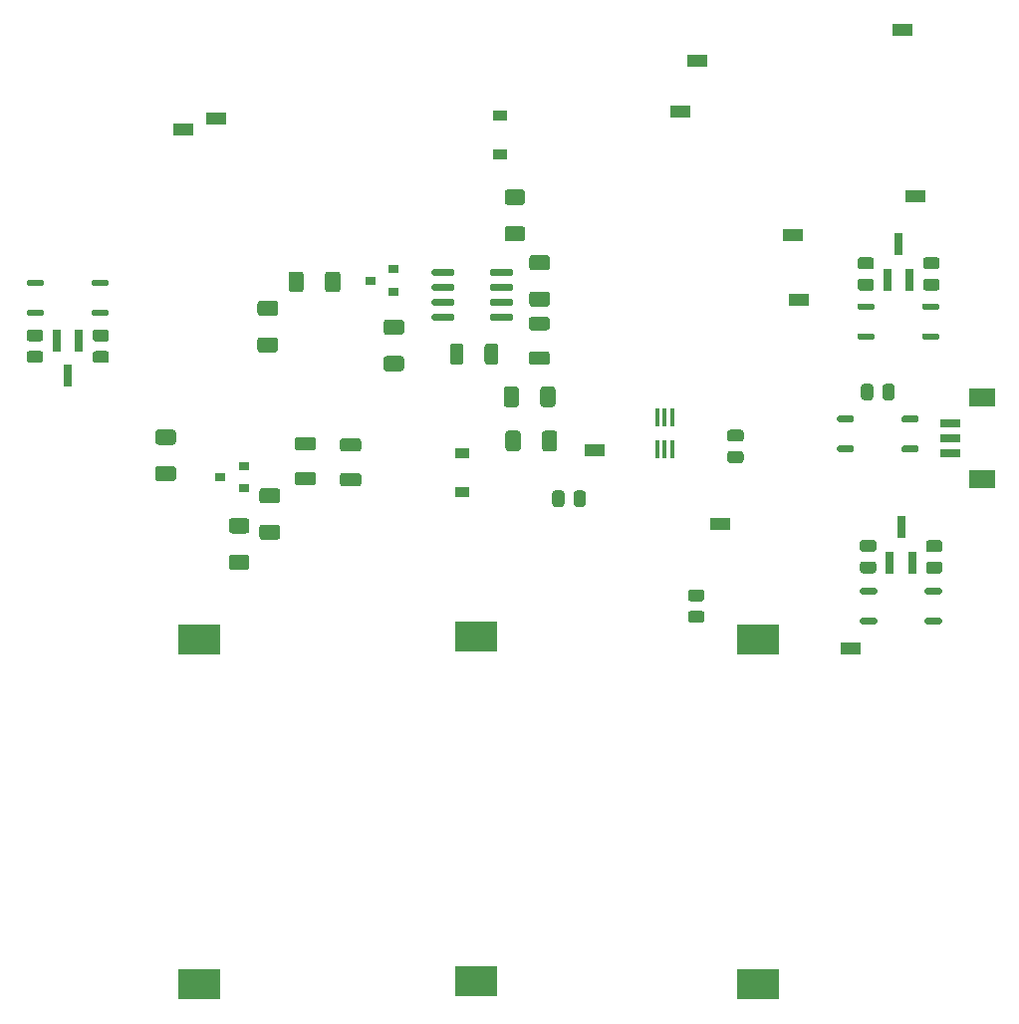
<source format=gbr>
%TF.GenerationSoftware,KiCad,Pcbnew,(5.1.12)-1*%
%TF.CreationDate,2023-02-07T17:32:02-05:00*%
%TF.ProjectId,RADSAT-SK Timer 2,52414453-4154-42d5-934b-2054696d6572,rev?*%
%TF.SameCoordinates,PX7735940PY2faf080*%
%TF.FileFunction,Paste,Top*%
%TF.FilePolarity,Positive*%
%FSLAX46Y46*%
G04 Gerber Fmt 4.6, Leading zero omitted, Abs format (unit mm)*
G04 Created by KiCad (PCBNEW (5.1.12)-1) date 2023-02-07 17:32:02*
%MOMM*%
%LPD*%
G01*
G04 APERTURE LIST*
%ADD10R,0.900000X0.800000*%
%ADD11R,1.200000X0.900000*%
%ADD12R,1.800000X1.000000*%
%ADD13R,3.600000X2.600000*%
%ADD14R,0.800000X1.900000*%
%ADD15R,0.400000X1.500000*%
%ADD16R,1.800000X0.700000*%
%ADD17R,2.200000X1.600000*%
G04 APERTURE END LIST*
%TO.C,R113*%
G36*
G01*
X-72622800Y-49754300D02*
X-71372800Y-49754300D01*
G75*
G02*
X-71122800Y-50004300I0J-250000D01*
G01*
X-71122800Y-50804300D01*
G75*
G02*
X-71372800Y-51054300I-250000J0D01*
G01*
X-72622800Y-51054300D01*
G75*
G02*
X-72872800Y-50804300I0J250000D01*
G01*
X-72872800Y-50004300D01*
G75*
G02*
X-72622800Y-49754300I250000J0D01*
G01*
G37*
G36*
G01*
X-72622800Y-46654300D02*
X-71372800Y-46654300D01*
G75*
G02*
X-71122800Y-46904300I0J-250000D01*
G01*
X-71122800Y-47704300D01*
G75*
G02*
X-71372800Y-47954300I-250000J0D01*
G01*
X-72622800Y-47954300D01*
G75*
G02*
X-72872800Y-47704300I0J250000D01*
G01*
X-72872800Y-46904300D01*
G75*
G02*
X-72622800Y-46654300I250000J0D01*
G01*
G37*
%TD*%
%TO.C,R112*%
G36*
G01*
X-62693600Y-37009400D02*
X-63943600Y-37009400D01*
G75*
G02*
X-64193600Y-36759400I0J250000D01*
G01*
X-64193600Y-35959400D01*
G75*
G02*
X-63943600Y-35709400I250000J0D01*
G01*
X-62693600Y-35709400D01*
G75*
G02*
X-62443600Y-35959400I0J-250000D01*
G01*
X-62443600Y-36759400D01*
G75*
G02*
X-62693600Y-37009400I-250000J0D01*
G01*
G37*
G36*
G01*
X-62693600Y-40109400D02*
X-63943600Y-40109400D01*
G75*
G02*
X-64193600Y-39859400I0J250000D01*
G01*
X-64193600Y-39059400D01*
G75*
G02*
X-63943600Y-38809400I250000J0D01*
G01*
X-62693600Y-38809400D01*
G75*
G02*
X-62443600Y-39059400I0J-250000D01*
G01*
X-62443600Y-39859400D01*
G75*
G02*
X-62693600Y-40109400I-250000J0D01*
G01*
G37*
%TD*%
%TO.C,R111*%
G36*
G01*
X-41690400Y-27565700D02*
X-42940400Y-27565700D01*
G75*
G02*
X-43190400Y-27315700I0J250000D01*
G01*
X-43190400Y-26515700D01*
G75*
G02*
X-42940400Y-26265700I250000J0D01*
G01*
X-41690400Y-26265700D01*
G75*
G02*
X-41440400Y-26515700I0J-250000D01*
G01*
X-41440400Y-27315700D01*
G75*
G02*
X-41690400Y-27565700I-250000J0D01*
G01*
G37*
G36*
G01*
X-41690400Y-30665700D02*
X-42940400Y-30665700D01*
G75*
G02*
X-43190400Y-30415700I0J250000D01*
G01*
X-43190400Y-29615700D01*
G75*
G02*
X-42940400Y-29365700I250000J0D01*
G01*
X-41690400Y-29365700D01*
G75*
G02*
X-41440400Y-29615700I0J-250000D01*
G01*
X-41440400Y-30415700D01*
G75*
G02*
X-41690400Y-30665700I-250000J0D01*
G01*
G37*
%TD*%
%TO.C,R108*%
G36*
G01*
X-65129500Y-55486000D02*
X-66379500Y-55486000D01*
G75*
G02*
X-66629500Y-55236000I0J250000D01*
G01*
X-66629500Y-54436000D01*
G75*
G02*
X-66379500Y-54186000I250000J0D01*
G01*
X-65129500Y-54186000D01*
G75*
G02*
X-64879500Y-54436000I0J-250000D01*
G01*
X-64879500Y-55236000D01*
G75*
G02*
X-65129500Y-55486000I-250000J0D01*
G01*
G37*
G36*
G01*
X-65129500Y-58586000D02*
X-66379500Y-58586000D01*
G75*
G02*
X-66629500Y-58336000I0J250000D01*
G01*
X-66629500Y-57536000D01*
G75*
G02*
X-66379500Y-57286000I250000J0D01*
G01*
X-65129500Y-57286000D01*
G75*
G02*
X-64879500Y-57536000I0J-250000D01*
G01*
X-64879500Y-58336000D01*
G75*
G02*
X-65129500Y-58586000I-250000J0D01*
G01*
G37*
%TD*%
%TO.C,R107*%
G36*
G01*
X-40160000Y-44498300D02*
X-40160000Y-43248300D01*
G75*
G02*
X-39910000Y-42998300I250000J0D01*
G01*
X-39110000Y-42998300D01*
G75*
G02*
X-38860000Y-43248300I0J-250000D01*
G01*
X-38860000Y-44498300D01*
G75*
G02*
X-39110000Y-44748300I-250000J0D01*
G01*
X-39910000Y-44748300D01*
G75*
G02*
X-40160000Y-44498300I0J250000D01*
G01*
G37*
G36*
G01*
X-43260000Y-44498300D02*
X-43260000Y-43248300D01*
G75*
G02*
X-43010000Y-42998300I250000J0D01*
G01*
X-42210000Y-42998300D01*
G75*
G02*
X-41960000Y-43248300I0J-250000D01*
G01*
X-41960000Y-44498300D01*
G75*
G02*
X-42210000Y-44748300I-250000J0D01*
G01*
X-43010000Y-44748300D01*
G75*
G02*
X-43260000Y-44498300I0J250000D01*
G01*
G37*
%TD*%
%TO.C,R105*%
G36*
G01*
X-63776000Y-54733000D02*
X-62526000Y-54733000D01*
G75*
G02*
X-62276000Y-54983000I0J-250000D01*
G01*
X-62276000Y-55783000D01*
G75*
G02*
X-62526000Y-56033000I-250000J0D01*
G01*
X-63776000Y-56033000D01*
G75*
G02*
X-64026000Y-55783000I0J250000D01*
G01*
X-64026000Y-54983000D01*
G75*
G02*
X-63776000Y-54733000I250000J0D01*
G01*
G37*
G36*
G01*
X-63776000Y-51633000D02*
X-62526000Y-51633000D01*
G75*
G02*
X-62276000Y-51883000I0J-250000D01*
G01*
X-62276000Y-52683000D01*
G75*
G02*
X-62526000Y-52933000I-250000J0D01*
G01*
X-63776000Y-52933000D01*
G75*
G02*
X-64026000Y-52683000I0J250000D01*
G01*
X-64026000Y-51883000D01*
G75*
G02*
X-63776000Y-51633000I250000J0D01*
G01*
G37*
%TD*%
%TO.C,R104*%
G36*
G01*
X-40011400Y-48262600D02*
X-40011400Y-47012600D01*
G75*
G02*
X-39761400Y-46762600I250000J0D01*
G01*
X-38961400Y-46762600D01*
G75*
G02*
X-38711400Y-47012600I0J-250000D01*
G01*
X-38711400Y-48262600D01*
G75*
G02*
X-38961400Y-48512600I-250000J0D01*
G01*
X-39761400Y-48512600D01*
G75*
G02*
X-40011400Y-48262600I0J250000D01*
G01*
G37*
G36*
G01*
X-43111400Y-48262600D02*
X-43111400Y-47012600D01*
G75*
G02*
X-42861400Y-46762600I250000J0D01*
G01*
X-42061400Y-46762600D01*
G75*
G02*
X-41811400Y-47012600I0J-250000D01*
G01*
X-41811400Y-48262600D01*
G75*
G02*
X-42061400Y-48512600I-250000J0D01*
G01*
X-42861400Y-48512600D01*
G75*
G02*
X-43111400Y-48262600I0J250000D01*
G01*
G37*
%TD*%
D10*
%TO.C,Q102*%
X-67369200Y-50688000D03*
X-65369200Y-49738000D03*
X-65369200Y-51638000D03*
%TD*%
D11*
%TO.C,D102*%
X-46816300Y-52000000D03*
X-46816300Y-48700000D03*
%TD*%
%TO.C,D101*%
X-43582800Y-19950100D03*
X-43582800Y-23250100D03*
%TD*%
%TO.C,C104*%
G36*
G01*
X-60783501Y-50254600D02*
X-59483499Y-50254600D01*
G75*
G02*
X-59233500Y-50504599I0J-249999D01*
G01*
X-59233500Y-51154601D01*
G75*
G02*
X-59483499Y-51404600I-249999J0D01*
G01*
X-60783501Y-51404600D01*
G75*
G02*
X-61033500Y-51154601I0J249999D01*
G01*
X-61033500Y-50504599D01*
G75*
G02*
X-60783501Y-50254600I249999J0D01*
G01*
G37*
G36*
G01*
X-60783501Y-47304600D02*
X-59483499Y-47304600D01*
G75*
G02*
X-59233500Y-47554599I0J-249999D01*
G01*
X-59233500Y-48204601D01*
G75*
G02*
X-59483499Y-48454600I-249999J0D01*
G01*
X-60783501Y-48454600D01*
G75*
G02*
X-61033500Y-48204601I0J249999D01*
G01*
X-61033500Y-47554599D01*
G75*
G02*
X-60783501Y-47304600I249999J0D01*
G01*
G37*
%TD*%
%TO.C,C103*%
G36*
G01*
X-56927801Y-50341000D02*
X-55627799Y-50341000D01*
G75*
G02*
X-55377800Y-50590999I0J-249999D01*
G01*
X-55377800Y-51241001D01*
G75*
G02*
X-55627799Y-51491000I-249999J0D01*
G01*
X-56927801Y-51491000D01*
G75*
G02*
X-57177800Y-51241001I0J249999D01*
G01*
X-57177800Y-50590999D01*
G75*
G02*
X-56927801Y-50341000I249999J0D01*
G01*
G37*
G36*
G01*
X-56927801Y-47391000D02*
X-55627799Y-47391000D01*
G75*
G02*
X-55377800Y-47640999I0J-249999D01*
G01*
X-55377800Y-48291001D01*
G75*
G02*
X-55627799Y-48541000I-249999J0D01*
G01*
X-56927801Y-48541000D01*
G75*
G02*
X-57177800Y-48291001I0J249999D01*
G01*
X-57177800Y-47640999D01*
G75*
G02*
X-56927801Y-47391000I249999J0D01*
G01*
G37*
%TD*%
D10*
%TO.C,Q101*%
X-54608200Y-33992700D03*
X-52608200Y-33042700D03*
X-52608200Y-34942700D03*
%TD*%
%TO.C,U101*%
G36*
G01*
X-44434900Y-33456900D02*
X-44434900Y-33156900D01*
G75*
G02*
X-44284900Y-33006900I150000J0D01*
G01*
X-42634900Y-33006900D01*
G75*
G02*
X-42484900Y-33156900I0J-150000D01*
G01*
X-42484900Y-33456900D01*
G75*
G02*
X-42634900Y-33606900I-150000J0D01*
G01*
X-44284900Y-33606900D01*
G75*
G02*
X-44434900Y-33456900I0J150000D01*
G01*
G37*
G36*
G01*
X-44434900Y-34726900D02*
X-44434900Y-34426900D01*
G75*
G02*
X-44284900Y-34276900I150000J0D01*
G01*
X-42634900Y-34276900D01*
G75*
G02*
X-42484900Y-34426900I0J-150000D01*
G01*
X-42484900Y-34726900D01*
G75*
G02*
X-42634900Y-34876900I-150000J0D01*
G01*
X-44284900Y-34876900D01*
G75*
G02*
X-44434900Y-34726900I0J150000D01*
G01*
G37*
G36*
G01*
X-44434900Y-35996900D02*
X-44434900Y-35696900D01*
G75*
G02*
X-44284900Y-35546900I150000J0D01*
G01*
X-42634900Y-35546900D01*
G75*
G02*
X-42484900Y-35696900I0J-150000D01*
G01*
X-42484900Y-35996900D01*
G75*
G02*
X-42634900Y-36146900I-150000J0D01*
G01*
X-44284900Y-36146900D01*
G75*
G02*
X-44434900Y-35996900I0J150000D01*
G01*
G37*
G36*
G01*
X-44434900Y-37266900D02*
X-44434900Y-36966900D01*
G75*
G02*
X-44284900Y-36816900I150000J0D01*
G01*
X-42634900Y-36816900D01*
G75*
G02*
X-42484900Y-36966900I0J-150000D01*
G01*
X-42484900Y-37266900D01*
G75*
G02*
X-42634900Y-37416900I-150000J0D01*
G01*
X-44284900Y-37416900D01*
G75*
G02*
X-44434900Y-37266900I0J150000D01*
G01*
G37*
G36*
G01*
X-49384900Y-37266900D02*
X-49384900Y-36966900D01*
G75*
G02*
X-49234900Y-36816900I150000J0D01*
G01*
X-47584900Y-36816900D01*
G75*
G02*
X-47434900Y-36966900I0J-150000D01*
G01*
X-47434900Y-37266900D01*
G75*
G02*
X-47584900Y-37416900I-150000J0D01*
G01*
X-49234900Y-37416900D01*
G75*
G02*
X-49384900Y-37266900I0J150000D01*
G01*
G37*
G36*
G01*
X-49384900Y-35996900D02*
X-49384900Y-35696900D01*
G75*
G02*
X-49234900Y-35546900I150000J0D01*
G01*
X-47584900Y-35546900D01*
G75*
G02*
X-47434900Y-35696900I0J-150000D01*
G01*
X-47434900Y-35996900D01*
G75*
G02*
X-47584900Y-36146900I-150000J0D01*
G01*
X-49234900Y-36146900D01*
G75*
G02*
X-49384900Y-35996900I0J150000D01*
G01*
G37*
G36*
G01*
X-49384900Y-34726900D02*
X-49384900Y-34426900D01*
G75*
G02*
X-49234900Y-34276900I150000J0D01*
G01*
X-47584900Y-34276900D01*
G75*
G02*
X-47434900Y-34426900I0J-150000D01*
G01*
X-47434900Y-34726900D01*
G75*
G02*
X-47584900Y-34876900I-150000J0D01*
G01*
X-49234900Y-34876900D01*
G75*
G02*
X-49384900Y-34726900I0J150000D01*
G01*
G37*
G36*
G01*
X-49384900Y-33456900D02*
X-49384900Y-33156900D01*
G75*
G02*
X-49234900Y-33006900I150000J0D01*
G01*
X-47584900Y-33006900D01*
G75*
G02*
X-47434900Y-33156900I0J-150000D01*
G01*
X-47434900Y-33456900D01*
G75*
G02*
X-47584900Y-33606900I-150000J0D01*
G01*
X-49234900Y-33606900D01*
G75*
G02*
X-49384900Y-33456900I0J150000D01*
G01*
G37*
%TD*%
%TO.C,R103*%
G36*
G01*
X-60258200Y-33479500D02*
X-60258200Y-34729500D01*
G75*
G02*
X-60508200Y-34979500I-250000J0D01*
G01*
X-61308200Y-34979500D01*
G75*
G02*
X-61558200Y-34729500I0J250000D01*
G01*
X-61558200Y-33479500D01*
G75*
G02*
X-61308200Y-33229500I250000J0D01*
G01*
X-60508200Y-33229500D01*
G75*
G02*
X-60258200Y-33479500I0J-250000D01*
G01*
G37*
G36*
G01*
X-57158200Y-33479500D02*
X-57158200Y-34729500D01*
G75*
G02*
X-57408200Y-34979500I-250000J0D01*
G01*
X-58208200Y-34979500D01*
G75*
G02*
X-58458200Y-34729500I0J250000D01*
G01*
X-58458200Y-33479500D01*
G75*
G02*
X-58208200Y-33229500I250000J0D01*
G01*
X-57408200Y-33229500D01*
G75*
G02*
X-57158200Y-33479500I0J-250000D01*
G01*
G37*
%TD*%
%TO.C,R102*%
G36*
G01*
X-40839800Y-34923200D02*
X-39589800Y-34923200D01*
G75*
G02*
X-39339800Y-35173200I0J-250000D01*
G01*
X-39339800Y-35973200D01*
G75*
G02*
X-39589800Y-36223200I-250000J0D01*
G01*
X-40839800Y-36223200D01*
G75*
G02*
X-41089800Y-35973200I0J250000D01*
G01*
X-41089800Y-35173200D01*
G75*
G02*
X-40839800Y-34923200I250000J0D01*
G01*
G37*
G36*
G01*
X-40839800Y-31823200D02*
X-39589800Y-31823200D01*
G75*
G02*
X-39339800Y-32073200I0J-250000D01*
G01*
X-39339800Y-32873200D01*
G75*
G02*
X-39589800Y-33123200I-250000J0D01*
G01*
X-40839800Y-33123200D01*
G75*
G02*
X-41089800Y-32873200I0J250000D01*
G01*
X-41089800Y-32073200D01*
G75*
G02*
X-40839800Y-31823200I250000J0D01*
G01*
G37*
%TD*%
%TO.C,R101*%
G36*
G01*
X-53224800Y-40407100D02*
X-51974800Y-40407100D01*
G75*
G02*
X-51724800Y-40657100I0J-250000D01*
G01*
X-51724800Y-41457100D01*
G75*
G02*
X-51974800Y-41707100I-250000J0D01*
G01*
X-53224800Y-41707100D01*
G75*
G02*
X-53474800Y-41457100I0J250000D01*
G01*
X-53474800Y-40657100D01*
G75*
G02*
X-53224800Y-40407100I250000J0D01*
G01*
G37*
G36*
G01*
X-53224800Y-37307100D02*
X-51974800Y-37307100D01*
G75*
G02*
X-51724800Y-37557100I0J-250000D01*
G01*
X-51724800Y-38357100D01*
G75*
G02*
X-51974800Y-38607100I-250000J0D01*
G01*
X-53224800Y-38607100D01*
G75*
G02*
X-53474800Y-38357100I0J250000D01*
G01*
X-53474800Y-37557100D01*
G75*
G02*
X-53224800Y-37307100I250000J0D01*
G01*
G37*
%TD*%
%TO.C,C102*%
G36*
G01*
X-40887701Y-40026100D02*
X-39587699Y-40026100D01*
G75*
G02*
X-39337700Y-40276099I0J-249999D01*
G01*
X-39337700Y-40926101D01*
G75*
G02*
X-39587699Y-41176100I-249999J0D01*
G01*
X-40887701Y-41176100D01*
G75*
G02*
X-41137700Y-40926101I0J249999D01*
G01*
X-41137700Y-40276099D01*
G75*
G02*
X-40887701Y-40026100I249999J0D01*
G01*
G37*
G36*
G01*
X-40887701Y-37076100D02*
X-39587699Y-37076100D01*
G75*
G02*
X-39337700Y-37326099I0J-249999D01*
G01*
X-39337700Y-37976101D01*
G75*
G02*
X-39587699Y-38226100I-249999J0D01*
G01*
X-40887701Y-38226100D01*
G75*
G02*
X-41137700Y-37976101I0J249999D01*
G01*
X-41137700Y-37326099D01*
G75*
G02*
X-40887701Y-37076100I249999J0D01*
G01*
G37*
%TD*%
%TO.C,C101*%
G36*
G01*
X-46687600Y-39593699D02*
X-46687600Y-40893701D01*
G75*
G02*
X-46937599Y-41143700I-249999J0D01*
G01*
X-47587601Y-41143700D01*
G75*
G02*
X-47837600Y-40893701I0J249999D01*
G01*
X-47837600Y-39593699D01*
G75*
G02*
X-47587601Y-39343700I249999J0D01*
G01*
X-46937599Y-39343700D01*
G75*
G02*
X-46687600Y-39593699I0J-249999D01*
G01*
G37*
G36*
G01*
X-43737600Y-39593699D02*
X-43737600Y-40893701D01*
G75*
G02*
X-43987599Y-41143700I-249999J0D01*
G01*
X-44637601Y-41143700D01*
G75*
G02*
X-44887600Y-40893701I0J249999D01*
G01*
X-44887600Y-39593699D01*
G75*
G02*
X-44637601Y-39343700I249999J0D01*
G01*
X-43987599Y-39343700D01*
G75*
G02*
X-43737600Y-39593699I0J-249999D01*
G01*
G37*
%TD*%
D12*
%TO.C,TP116*%
X-18710000Y-30140000D03*
%TD*%
%TO.C,TP110*%
X-70500000Y-21120000D03*
%TD*%
%TO.C,TP109*%
X-18140000Y-35590000D03*
%TD*%
%TO.C,TP108*%
X-67720000Y-20190000D03*
%TD*%
%TO.C,TP107*%
X-8300000Y-26800000D03*
%TD*%
%TO.C,TP106*%
X-28230000Y-19660000D03*
%TD*%
%TO.C,TP105*%
X-9350000Y-12670000D03*
%TD*%
%TO.C,TP104*%
X-26770000Y-15310000D03*
%TD*%
%TO.C,TP103*%
X-13770000Y-65230000D03*
%TD*%
%TO.C,TP102*%
X-24870000Y-54640000D03*
%TD*%
%TO.C,TP101*%
X-35490000Y-48450000D03*
%TD*%
%TO.C,R110*%
G36*
G01*
X-23119998Y-47690000D02*
X-24020002Y-47690000D01*
G75*
G02*
X-24270000Y-47440002I0J249998D01*
G01*
X-24270000Y-46914998D01*
G75*
G02*
X-24020002Y-46665000I249998J0D01*
G01*
X-23119998Y-46665000D01*
G75*
G02*
X-22870000Y-46914998I0J-249998D01*
G01*
X-22870000Y-47440002D01*
G75*
G02*
X-23119998Y-47690000I-249998J0D01*
G01*
G37*
G36*
G01*
X-23119998Y-49515000D02*
X-24020002Y-49515000D01*
G75*
G02*
X-24270000Y-49265002I0J249998D01*
G01*
X-24270000Y-48739998D01*
G75*
G02*
X-24020002Y-48490000I249998J0D01*
G01*
X-23119998Y-48490000D01*
G75*
G02*
X-22870000Y-48739998I0J-249998D01*
G01*
X-22870000Y-49265002D01*
G75*
G02*
X-23119998Y-49515000I-249998J0D01*
G01*
G37*
%TD*%
%TO.C,R109*%
G36*
G01*
X-27350002Y-62058000D02*
X-26449998Y-62058000D01*
G75*
G02*
X-26200000Y-62307998I0J-249998D01*
G01*
X-26200000Y-62833002D01*
G75*
G02*
X-26449998Y-63083000I-249998J0D01*
G01*
X-27350002Y-63083000D01*
G75*
G02*
X-27600000Y-62833002I0J249998D01*
G01*
X-27600000Y-62307998D01*
G75*
G02*
X-27350002Y-62058000I249998J0D01*
G01*
G37*
G36*
G01*
X-27350002Y-60233000D02*
X-26449998Y-60233000D01*
G75*
G02*
X-26200000Y-60482998I0J-249998D01*
G01*
X-26200000Y-61008002D01*
G75*
G02*
X-26449998Y-61258000I-249998J0D01*
G01*
X-27350002Y-61258000D01*
G75*
G02*
X-27600000Y-61008002I0J249998D01*
G01*
X-27600000Y-60482998D01*
G75*
G02*
X-27350002Y-60233000I249998J0D01*
G01*
G37*
%TD*%
%TO.C,R106*%
G36*
G01*
X-38110000Y-52089998D02*
X-38110000Y-52990002D01*
G75*
G02*
X-38359998Y-53240000I-249998J0D01*
G01*
X-38885002Y-53240000D01*
G75*
G02*
X-39135000Y-52990002I0J249998D01*
G01*
X-39135000Y-52089998D01*
G75*
G02*
X-38885002Y-51840000I249998J0D01*
G01*
X-38359998Y-51840000D01*
G75*
G02*
X-38110000Y-52089998I0J-249998D01*
G01*
G37*
G36*
G01*
X-36285000Y-52089998D02*
X-36285000Y-52990002D01*
G75*
G02*
X-36534998Y-53240000I-249998J0D01*
G01*
X-37060002Y-53240000D01*
G75*
G02*
X-37310000Y-52990002I0J249998D01*
G01*
X-37310000Y-52089998D01*
G75*
G02*
X-37060002Y-51840000I249998J0D01*
G01*
X-36534998Y-51840000D01*
G75*
G02*
X-36285000Y-52089998I0J-249998D01*
G01*
G37*
%TD*%
D13*
%TO.C,BT203*%
X-21630000Y-64510000D03*
X-21630000Y-93810000D03*
%TD*%
%TO.C,R215*%
G36*
G01*
X-77060798Y-39182100D02*
X-77960802Y-39182100D01*
G75*
G02*
X-78210800Y-38932102I0J249998D01*
G01*
X-78210800Y-38407098D01*
G75*
G02*
X-77960802Y-38157100I249998J0D01*
G01*
X-77060798Y-38157100D01*
G75*
G02*
X-76810800Y-38407098I0J-249998D01*
G01*
X-76810800Y-38932102D01*
G75*
G02*
X-77060798Y-39182100I-249998J0D01*
G01*
G37*
G36*
G01*
X-77060798Y-41007100D02*
X-77960802Y-41007100D01*
G75*
G02*
X-78210800Y-40757102I0J249998D01*
G01*
X-78210800Y-40232098D01*
G75*
G02*
X-77960802Y-39982100I249998J0D01*
G01*
X-77060798Y-39982100D01*
G75*
G02*
X-76810800Y-40232098I0J-249998D01*
G01*
X-76810800Y-40757102D01*
G75*
G02*
X-77060798Y-41007100I-249998J0D01*
G01*
G37*
%TD*%
D14*
%TO.C,Q206*%
X-80322600Y-42077800D03*
X-81272600Y-39077800D03*
X-79372600Y-39077800D03*
%TD*%
%TO.C,Q204*%
X-9479000Y-54966000D03*
X-8529000Y-57966000D03*
X-10429000Y-57966000D03*
%TD*%
%TO.C,R210*%
G36*
G01*
X-11862000Y-43021998D02*
X-11862000Y-43922002D01*
G75*
G02*
X-12111998Y-44172000I-249998J0D01*
G01*
X-12637002Y-44172000D01*
G75*
G02*
X-12887000Y-43922002I0J249998D01*
G01*
X-12887000Y-43021998D01*
G75*
G02*
X-12637002Y-42772000I249998J0D01*
G01*
X-12111998Y-42772000D01*
G75*
G02*
X-11862000Y-43021998I0J-249998D01*
G01*
G37*
G36*
G01*
X-10037000Y-43021998D02*
X-10037000Y-43922002D01*
G75*
G02*
X-10286998Y-44172000I-249998J0D01*
G01*
X-10812002Y-44172000D01*
G75*
G02*
X-11062000Y-43922002I0J249998D01*
G01*
X-11062000Y-43021998D01*
G75*
G02*
X-10812002Y-42772000I249998J0D01*
G01*
X-10286998Y-42772000D01*
G75*
G02*
X-10037000Y-43021998I0J-249998D01*
G01*
G37*
%TD*%
D15*
%TO.C,D204*%
X-30230000Y-45630000D03*
X-29580000Y-45630000D03*
X-28930000Y-45630000D03*
X-28930000Y-48290000D03*
X-29580000Y-48290000D03*
X-30230000Y-48290000D03*
%TD*%
%TO.C,R211*%
G36*
G01*
X-12740002Y-57864000D02*
X-11839998Y-57864000D01*
G75*
G02*
X-11590000Y-58113998I0J-249998D01*
G01*
X-11590000Y-58639002D01*
G75*
G02*
X-11839998Y-58889000I-249998J0D01*
G01*
X-12740002Y-58889000D01*
G75*
G02*
X-12990000Y-58639002I0J249998D01*
G01*
X-12990000Y-58113998D01*
G75*
G02*
X-12740002Y-57864000I249998J0D01*
G01*
G37*
G36*
G01*
X-12740002Y-56039000D02*
X-11839998Y-56039000D01*
G75*
G02*
X-11590000Y-56288998I0J-249998D01*
G01*
X-11590000Y-56814002D01*
G75*
G02*
X-11839998Y-57064000I-249998J0D01*
G01*
X-12740002Y-57064000D01*
G75*
G02*
X-12990000Y-56814002I0J249998D01*
G01*
X-12990000Y-56288998D01*
G75*
G02*
X-12740002Y-56039000I249998J0D01*
G01*
G37*
%TD*%
%TO.C,R214*%
G36*
G01*
X-6456998Y-33028200D02*
X-7357002Y-33028200D01*
G75*
G02*
X-7607000Y-32778202I0J249998D01*
G01*
X-7607000Y-32253198D01*
G75*
G02*
X-7357002Y-32003200I249998J0D01*
G01*
X-6456998Y-32003200D01*
G75*
G02*
X-6207000Y-32253198I0J-249998D01*
G01*
X-6207000Y-32778202D01*
G75*
G02*
X-6456998Y-33028200I-249998J0D01*
G01*
G37*
G36*
G01*
X-6456998Y-34853200D02*
X-7357002Y-34853200D01*
G75*
G02*
X-7607000Y-34603202I0J249998D01*
G01*
X-7607000Y-34078198D01*
G75*
G02*
X-7357002Y-33828200I249998J0D01*
G01*
X-6456998Y-33828200D01*
G75*
G02*
X-6207000Y-34078198I0J-249998D01*
G01*
X-6207000Y-34603202D01*
G75*
G02*
X-6456998Y-34853200I-249998J0D01*
G01*
G37*
%TD*%
%TO.C,U260*%
G36*
G01*
X-82350100Y-36610000D02*
X-82350100Y-36885000D01*
G75*
G02*
X-82487600Y-37022500I-137500J0D01*
G01*
X-83662600Y-37022500D01*
G75*
G02*
X-83800100Y-36885000I0J137500D01*
G01*
X-83800100Y-36610000D01*
G75*
G02*
X-83662600Y-36472500I137500J0D01*
G01*
X-82487600Y-36472500D01*
G75*
G02*
X-82350100Y-36610000I0J-137500D01*
G01*
G37*
G36*
G01*
X-82350100Y-34070000D02*
X-82350100Y-34345000D01*
G75*
G02*
X-82487600Y-34482500I-137500J0D01*
G01*
X-83662600Y-34482500D01*
G75*
G02*
X-83800100Y-34345000I0J137500D01*
G01*
X-83800100Y-34070000D01*
G75*
G02*
X-83662600Y-33932500I137500J0D01*
G01*
X-82487600Y-33932500D01*
G75*
G02*
X-82350100Y-34070000I0J-137500D01*
G01*
G37*
G36*
G01*
X-76850100Y-34070000D02*
X-76850100Y-34345000D01*
G75*
G02*
X-76987600Y-34482500I-137500J0D01*
G01*
X-78162600Y-34482500D01*
G75*
G02*
X-78300100Y-34345000I0J137500D01*
G01*
X-78300100Y-34070000D01*
G75*
G02*
X-78162600Y-33932500I137500J0D01*
G01*
X-76987600Y-33932500D01*
G75*
G02*
X-76850100Y-34070000I0J-137500D01*
G01*
G37*
G36*
G01*
X-76850100Y-36610000D02*
X-76850100Y-36885000D01*
G75*
G02*
X-76987600Y-37022500I-137500J0D01*
G01*
X-78162600Y-37022500D01*
G75*
G02*
X-78300100Y-36885000I0J137500D01*
G01*
X-78300100Y-36610000D01*
G75*
G02*
X-78162600Y-36472500I137500J0D01*
G01*
X-76987600Y-36472500D01*
G75*
G02*
X-76850100Y-36610000I0J-137500D01*
G01*
G37*
%TD*%
%TO.C,U240*%
G36*
G01*
X-7471000Y-60519500D02*
X-7471000Y-60244500D01*
G75*
G02*
X-7333500Y-60107000I137500J0D01*
G01*
X-6158500Y-60107000D01*
G75*
G02*
X-6021000Y-60244500I0J-137500D01*
G01*
X-6021000Y-60519500D01*
G75*
G02*
X-6158500Y-60657000I-137500J0D01*
G01*
X-7333500Y-60657000D01*
G75*
G02*
X-7471000Y-60519500I0J137500D01*
G01*
G37*
G36*
G01*
X-7471000Y-63059500D02*
X-7471000Y-62784500D01*
G75*
G02*
X-7333500Y-62647000I137500J0D01*
G01*
X-6158500Y-62647000D01*
G75*
G02*
X-6021000Y-62784500I0J-137500D01*
G01*
X-6021000Y-63059500D01*
G75*
G02*
X-6158500Y-63197000I-137500J0D01*
G01*
X-7333500Y-63197000D01*
G75*
G02*
X-7471000Y-63059500I0J137500D01*
G01*
G37*
G36*
G01*
X-12971000Y-63059500D02*
X-12971000Y-62784500D01*
G75*
G02*
X-12833500Y-62647000I137500J0D01*
G01*
X-11658500Y-62647000D01*
G75*
G02*
X-11521000Y-62784500I0J-137500D01*
G01*
X-11521000Y-63059500D01*
G75*
G02*
X-11658500Y-63197000I-137500J0D01*
G01*
X-12833500Y-63197000D01*
G75*
G02*
X-12971000Y-63059500I0J137500D01*
G01*
G37*
G36*
G01*
X-12971000Y-60519500D02*
X-12971000Y-60244500D01*
G75*
G02*
X-12833500Y-60107000I137500J0D01*
G01*
X-11658500Y-60107000D01*
G75*
G02*
X-11521000Y-60244500I0J-137500D01*
G01*
X-11521000Y-60519500D01*
G75*
G02*
X-11658500Y-60657000I-137500J0D01*
G01*
X-12833500Y-60657000D01*
G75*
G02*
X-12971000Y-60519500I0J137500D01*
G01*
G37*
%TD*%
%TO.C,R213*%
G36*
G01*
X-12938002Y-33838300D02*
X-12037998Y-33838300D01*
G75*
G02*
X-11788000Y-34088298I0J-249998D01*
G01*
X-11788000Y-34613302D01*
G75*
G02*
X-12037998Y-34863300I-249998J0D01*
G01*
X-12938002Y-34863300D01*
G75*
G02*
X-13188000Y-34613302I0J249998D01*
G01*
X-13188000Y-34088298D01*
G75*
G02*
X-12938002Y-33838300I249998J0D01*
G01*
G37*
G36*
G01*
X-12938002Y-32013300D02*
X-12037998Y-32013300D01*
G75*
G02*
X-11788000Y-32263298I0J-249998D01*
G01*
X-11788000Y-32788302D01*
G75*
G02*
X-12037998Y-33038300I-249998J0D01*
G01*
X-12938002Y-33038300D01*
G75*
G02*
X-13188000Y-32788302I0J249998D01*
G01*
X-13188000Y-32263298D01*
G75*
G02*
X-12938002Y-32013300I249998J0D01*
G01*
G37*
%TD*%
%TO.C,R216*%
G36*
G01*
X-83564002Y-39969400D02*
X-82663998Y-39969400D01*
G75*
G02*
X-82414000Y-40219398I0J-249998D01*
G01*
X-82414000Y-40744402D01*
G75*
G02*
X-82663998Y-40994400I-249998J0D01*
G01*
X-83564002Y-40994400D01*
G75*
G02*
X-83814000Y-40744402I0J249998D01*
G01*
X-83814000Y-40219398D01*
G75*
G02*
X-83564002Y-39969400I249998J0D01*
G01*
G37*
G36*
G01*
X-83564002Y-38144400D02*
X-82663998Y-38144400D01*
G75*
G02*
X-82414000Y-38394398I0J-249998D01*
G01*
X-82414000Y-38919402D01*
G75*
G02*
X-82663998Y-39169400I-249998J0D01*
G01*
X-83564002Y-39169400D01*
G75*
G02*
X-83814000Y-38919402I0J249998D01*
G01*
X-83814000Y-38394398D01*
G75*
G02*
X-83564002Y-38144400I249998J0D01*
G01*
G37*
%TD*%
%TO.C,U250*%
G36*
G01*
X-7712000Y-36354600D02*
X-7712000Y-36079600D01*
G75*
G02*
X-7574500Y-35942100I137500J0D01*
G01*
X-6399500Y-35942100D01*
G75*
G02*
X-6262000Y-36079600I0J-137500D01*
G01*
X-6262000Y-36354600D01*
G75*
G02*
X-6399500Y-36492100I-137500J0D01*
G01*
X-7574500Y-36492100D01*
G75*
G02*
X-7712000Y-36354600I0J137500D01*
G01*
G37*
G36*
G01*
X-7712000Y-38894600D02*
X-7712000Y-38619600D01*
G75*
G02*
X-7574500Y-38482100I137500J0D01*
G01*
X-6399500Y-38482100D01*
G75*
G02*
X-6262000Y-38619600I0J-137500D01*
G01*
X-6262000Y-38894600D01*
G75*
G02*
X-6399500Y-39032100I-137500J0D01*
G01*
X-7574500Y-39032100D01*
G75*
G02*
X-7712000Y-38894600I0J137500D01*
G01*
G37*
G36*
G01*
X-13212000Y-38894600D02*
X-13212000Y-38619600D01*
G75*
G02*
X-13074500Y-38482100I137500J0D01*
G01*
X-11899500Y-38482100D01*
G75*
G02*
X-11762000Y-38619600I0J-137500D01*
G01*
X-11762000Y-38894600D01*
G75*
G02*
X-11899500Y-39032100I-137500J0D01*
G01*
X-13074500Y-39032100D01*
G75*
G02*
X-13212000Y-38894600I0J137500D01*
G01*
G37*
G36*
G01*
X-13212000Y-36354600D02*
X-13212000Y-36079600D01*
G75*
G02*
X-13074500Y-35942100I137500J0D01*
G01*
X-11899500Y-35942100D01*
G75*
G02*
X-11762000Y-36079600I0J-137500D01*
G01*
X-11762000Y-36354600D01*
G75*
G02*
X-11899500Y-36492100I-137500J0D01*
G01*
X-13074500Y-36492100D01*
G75*
G02*
X-13212000Y-36354600I0J137500D01*
G01*
G37*
%TD*%
%TO.C,R212*%
G36*
G01*
X-6223998Y-57084000D02*
X-7124002Y-57084000D01*
G75*
G02*
X-7374000Y-56834002I0J249998D01*
G01*
X-7374000Y-56308998D01*
G75*
G02*
X-7124002Y-56059000I249998J0D01*
G01*
X-6223998Y-56059000D01*
G75*
G02*
X-5974000Y-56308998I0J-249998D01*
G01*
X-5974000Y-56834002D01*
G75*
G02*
X-6223998Y-57084000I-249998J0D01*
G01*
G37*
G36*
G01*
X-6223998Y-58909000D02*
X-7124002Y-58909000D01*
G75*
G02*
X-7374000Y-58659002I0J249998D01*
G01*
X-7374000Y-58133998D01*
G75*
G02*
X-7124002Y-57884000I249998J0D01*
G01*
X-6223998Y-57884000D01*
G75*
G02*
X-5974000Y-58133998I0J-249998D01*
G01*
X-5974000Y-58659002D01*
G75*
G02*
X-6223998Y-58909000I-249998J0D01*
G01*
G37*
%TD*%
D14*
%TO.C,Q205*%
X-9704000Y-30917200D03*
X-8754000Y-33917200D03*
X-10654000Y-33917200D03*
%TD*%
%TO.C,U230*%
G36*
G01*
X-9437000Y-45895500D02*
X-9437000Y-45620500D01*
G75*
G02*
X-9299500Y-45483000I137500J0D01*
G01*
X-8124500Y-45483000D01*
G75*
G02*
X-7987000Y-45620500I0J-137500D01*
G01*
X-7987000Y-45895500D01*
G75*
G02*
X-8124500Y-46033000I-137500J0D01*
G01*
X-9299500Y-46033000D01*
G75*
G02*
X-9437000Y-45895500I0J137500D01*
G01*
G37*
G36*
G01*
X-9437000Y-48435500D02*
X-9437000Y-48160500D01*
G75*
G02*
X-9299500Y-48023000I137500J0D01*
G01*
X-8124500Y-48023000D01*
G75*
G02*
X-7987000Y-48160500I0J-137500D01*
G01*
X-7987000Y-48435500D01*
G75*
G02*
X-8124500Y-48573000I-137500J0D01*
G01*
X-9299500Y-48573000D01*
G75*
G02*
X-9437000Y-48435500I0J137500D01*
G01*
G37*
G36*
G01*
X-14937000Y-48435500D02*
X-14937000Y-48160500D01*
G75*
G02*
X-14799500Y-48023000I137500J0D01*
G01*
X-13624500Y-48023000D01*
G75*
G02*
X-13487000Y-48160500I0J-137500D01*
G01*
X-13487000Y-48435500D01*
G75*
G02*
X-13624500Y-48573000I-137500J0D01*
G01*
X-14799500Y-48573000D01*
G75*
G02*
X-14937000Y-48435500I0J137500D01*
G01*
G37*
G36*
G01*
X-14937000Y-45895500D02*
X-14937000Y-45620500D01*
G75*
G02*
X-14799500Y-45483000I137500J0D01*
G01*
X-13624500Y-45483000D01*
G75*
G02*
X-13487000Y-45620500I0J-137500D01*
G01*
X-13487000Y-45895500D01*
G75*
G02*
X-13624500Y-46033000I-137500J0D01*
G01*
X-14799500Y-46033000D01*
G75*
G02*
X-14937000Y-45895500I0J137500D01*
G01*
G37*
%TD*%
D16*
%TO.C,J203*%
X-5292000Y-46150000D03*
X-5292000Y-47400000D03*
X-5292000Y-48650000D03*
D17*
X-2592000Y-50900000D03*
X-2592000Y-43900000D03*
%TD*%
D13*
%TO.C,BT201*%
X-69130000Y-64510000D03*
X-69130000Y-93810000D03*
%TD*%
%TO.C,BT202*%
X-45610000Y-64280000D03*
X-45610000Y-93580000D03*
%TD*%
M02*

</source>
